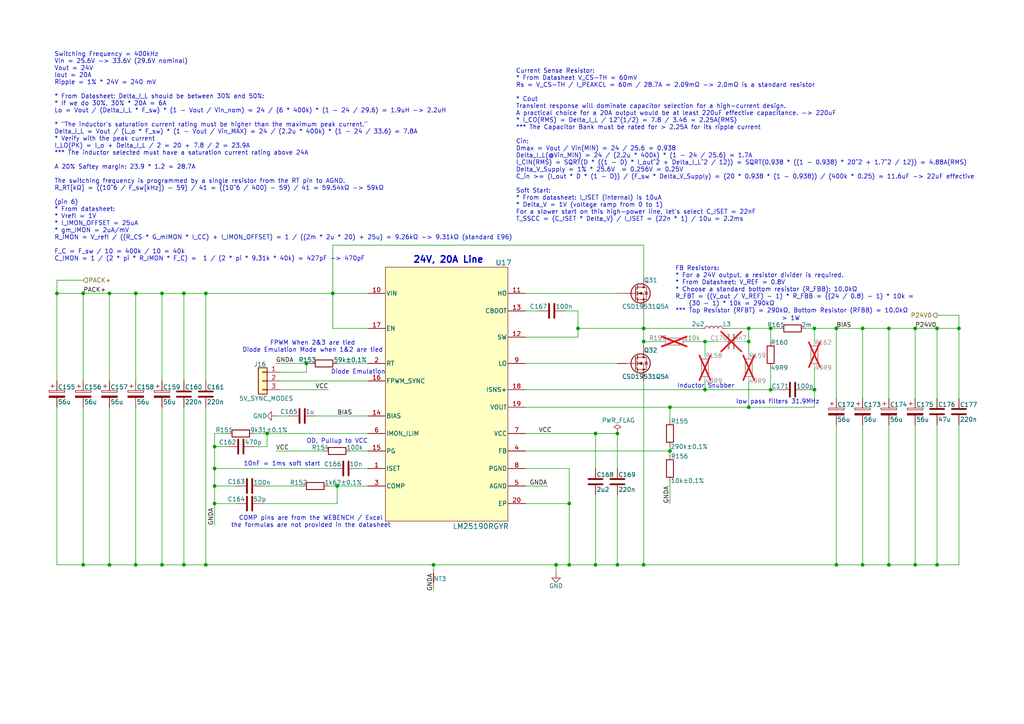
<source format=kicad_sch>
(kicad_sch (version 20250114) (generator "eeschema") (generator_version "9.0")
  (paper "A4")
  (lib_symbols
    (symbol "Connector_Generic:Conn_01x03" (pin_names (offset 1.016) (hide yes))
      (property "Reference" "J" (at 0 5.08 0))
      (property "Value" "Conn_01x03" (at 0 -5.08 0))
      (symbol "Conn_01x03_1_1"
        (rectangle (start -1.27 3.81) (end 1.27 -3.81) (stroke (width 0.254)) (fill (type background)))
        (rectangle (start -1.27 2.667) (end 0 2.413) (stroke (width 0.1524)))
        (rectangle (start -1.27 0.127) (end 0 -0.127) (stroke (width 0.1524)))
        (rectangle (start -1.27 -2.413) (end 0 -2.667) (stroke (width 0.1524)))
        (pin passive line (at -5.08 2.54 0) (length 3.81) (name "Pin_1") (number "1"))
        (pin passive line (at -5.08 0 0) (length 3.81) (name "Pin_2") (number "2"))
        (pin passive line (at -5.08 -2.54 0) (length 3.81) (name "Pin_3") (number "3"))
      )
    )
    (symbol "Device:C" (pin_numbers (hide yes)) (pin_names (offset 0.254))
      (property "Reference" "C" (at 0.635 2.54 0))
      (property "Value" "C" (at 0.635 -2.54 0))
      (symbol "C_0_1"
        (polyline (pts (xy -2.032 0.762) (xy 2.032 0.762)) (stroke (width 0.508)))
        (polyline (pts (xy -2.032 -0.762) (xy 2.032 -0.762)) (stroke (width 0.508)))
      )
      (symbol "C_1_1"
        (pin passive line (at 0 3.81 270) (length 2.794) (name "~") (number "1"))
        (pin passive line (at 0 -3.81 90) (length 2.794) (name "~") (number "2"))
      )
    )
    (symbol "Device:C_Polarized" (pin_numbers (hide yes)) (pin_names (offset 0.254))
      (property "Reference" "C" (at 0.635 2.54 0))
      (property "Value" "C_Polarized" (at 0.635 -2.54 0))
      (symbol "C_Polarized_0_1"
        (rectangle (start -2.286 0.508) (end 2.286 1.016))
        (polyline (pts (xy -1.778 2.286) (xy -0.762 2.286)))
        (polyline (pts (xy -1.27 2.794) (xy -1.27 1.778)))
        (rectangle (start 2.286 -0.508) (end -2.286 -1.016) (fill (type outline)))
      )
      (symbol "C_Polarized_1_1"
        (pin passive line (at 0 3.81 270) (length 2.794) (name "~") (number "1"))
        (pin passive line (at 0 -3.81 90) (length 2.794) (name "~") (number "2"))
      )
    )
    (symbol "Device:L" (pin_numbers (hide yes)) (pin_names (offset 1.016) (hide yes))
      (property "Reference" "L" (at -1.27 0 90))
      (property "Value" "L" (at 1.905 0 90))
      (symbol "L_0_1"
        (arc (start 0 2.54) (mid 0.6323 1.905) (end 0 1.27))
        (arc (start 0 1.27) (mid 0.6323 0.635) (end 0 0))
        (arc (start 0 0) (mid 0.6323 -0.635) (end 0 -1.27))
        (arc (start 0 -1.27) (mid 0.6323 -1.905) (end 0 -2.54))
      )
      (symbol "L_1_1"
        (pin passive line (at 0 3.81 270) (length 1.27) (name "1") (number "1"))
        (pin passive line (at 0 -3.81 90) (length 1.27) (name "2") (number "2"))
      )
    )
    (symbol "Device:NetTie_2" (pin_numbers (hide yes)) (pin_names (offset 0) (hide yes)) (in_bom no)
      (property "Reference" "NT" (at 0 1.27 0))
      (property "Value" "NetTie_2" (at 0 -1.27 0))
      (symbol "NetTie_2_0_1"
        (polyline (pts (xy -1.27 0) (xy 1.27 0)) (stroke (width 0.254)))
      )
      (symbol "NetTie_2_1_1"
        (pin passive line (at -2.54 0 0) (length 2.54) (name "1") (number "1"))
        (pin passive line (at 2.54 0 180) (length 2.54) (name "2") (number "2"))
      )
    )
    (symbol "Device:R" (pin_numbers (hide yes)) (pin_names (offset 0))
      (property "Reference" "R" (at 2.032 0 90))
      (property "Value" "R" (at 0 0 90))
      (symbol "R_0_1"
        (rectangle (start -1.016 -2.54) (end 1.016 2.54) (stroke (width 0.254)))
      )
      (symbol "R_1_1"
        (pin passive line (at 0 3.81 270) (length 1.27) (name "~") (number "1"))
        (pin passive line (at 0 -3.81 90) (length 1.27) (name "~") (number "2"))
      )
    )
    (symbol "LM25190RGYR:LM25190RGYR" (pin_names (offset 0.254))
      (property "Reference" "U" (at 0 2.54 0))
      (property "Value" "LM25190RGYR" (at 0 0 0))
      (symbol "LM25190RGYR_0_1"
        (pin power_in line (at 0 0 0) (length 5.08) (name "VIN") (number "10"))
        (pin input line (at 0 -10.16 0) (length 5.08) (name "EN") (number "17"))
        (pin unspecified line (at 0 -20.32 0) (length 5.08) (name "RT") (number "2"))
        (pin input line (at 0 -25.4 0) (length 5.08) (name "FPWM_SYNC") (number "16"))
        (pin unspecified line (at 0 -35.56 0) (length 5.08) (name "BIAS") (number "14"))
        (pin unspecified line (at 0 -40.64 0) (length 5.08) (name "IMON_ILIM") (number "6"))
        (pin open_collector line (at 0 -45.72 0) (length 5.08) (name "PG") (number "15"))
        (pin unspecified line (at 0 -50.8 0) (length 5.08) (name "ISET") (number "1"))
        (pin unspecified line (at 0 -55.88 0) (length 5.08) (name "COMP") (number "3"))
        (pin unspecified line (at 45.72 0 180) (length 5.08) (name "HO") (number "11"))
        (pin unspecified line (at 45.72 -5.08 180) (length 5.08) (name "CBOOT") (number "13"))
        (pin unspecified line (at 45.72 -12.7 180) (length 5.08) (name "SW") (number "12"))
        (pin unspecified line (at 45.72 -20.32 180) (length 5.08) (name "LO") (number "9"))
        (pin unspecified line (at 45.72 -27.94 180) (length 5.08) (name "ISNS+") (number "18"))
        (pin unspecified line (at 45.72 -33.02 180) (length 5.08) (name "VOUT") (number "19"))
        (pin power_in line (at 45.72 -40.64 180) (length 5.08) (name "VCC") (number "7"))
        (pin unspecified line (at 45.72 -45.72 180) (length 5.08) (name "FB") (number "4"))
        (pin power_in line (at 45.72 -50.8 180) (length 5.08) (name "PGND") (number "8"))
        (pin power_in line (at 45.72 -55.88 180) (length 5.08) (name "AGND") (number "5"))
        (pin power_in line (at 45.72 -60.96 180) (length 5.08) (name "EP") (number "20"))
      )
      (symbol "LM25190RGYR_1_1"
        (rectangle (start 5.08 7.62) (end 40.64 -66.04) (fill (type background)))
      )
    )
    (symbol "Transistor_FET:CSD19531Q5A" (pin_numbers (hide yes)) (pin_names (hide yes))
      (property "Reference" "Q" (at 5.08 1.905 0))
      (property "Value" "CSD19531Q5A" (at 5.08 0 0))
      (symbol "CSD19531Q5A_0_1"
        (polyline (pts (xy 0.254 1.905) (xy 0.254 -1.905)) (stroke (width 0.254)))
        (polyline (pts (xy 0.254 0) (xy -2.54 0)))
        (polyline (pts (xy 0.762 2.286) (xy 0.762 1.27)) (stroke (width 0.254)))
        (polyline (pts (xy 0.762 0.508) (xy 0.762 -0.508)) (stroke (width 0.254)))
        (polyline (pts (xy 0.762 -1.27) (xy 0.762 -2.286)) (stroke (width 0.254)))
        (polyline (pts (xy 0.762 -1.778) (xy 3.302 -1.778) (xy 3.302 1.778) (xy 0.762 1.778)))
        (polyline (pts (xy 1.016 0) (xy 2.032 0.381) (xy 2.032 -0.381) (xy 1.016 0)) (fill (type outline)))
        (circle (center 1.651 0) (radius 2.794) (stroke (width 0.254)))
        (polyline (pts (xy 2.54 2.54) (xy 2.54 1.778)))
        (circle (center 2.54 1.778) (radius 0.254) (fill (type outline)))
        (circle (center 2.54 -1.778) (radius 0.254) (fill (type outline)))
        (polyline (pts (xy 2.54 -2.54) (xy 2.54 0) (xy 0.762 0)))
        (polyline (pts (xy 2.794 0.508) (xy 2.921 0.381) (xy 3.683 0.381) (xy 3.81 0.254)))
        (polyline (pts (xy 3.302 0.381) (xy 2.921 -0.254) (xy 3.683 -0.254) (xy 3.302 0.381)))
      )
      (symbol "CSD19531Q5A_1_1"
        (pin passive line (at -5.08 0 0) (length 2.54) (name "G") (number "4"))
        (pin passive line (at 2.54 5.08 270) (length 2.54) (name "D") (number "5"))
        (pin passive line (at 2.54 -5.08 90) (length 2.54) (name "S") (number "1"))
        (pin passive line (at 2.54 -5.08 90) (length 2.54) (hide yes) (name "S") (number "2"))
        (pin passive line (at 2.54 -5.08 90) (length 2.54) (hide yes) (name "S") (number "3"))
      )
    )
    (symbol "power:GND" (power) (pin_numbers (hide yes)) (pin_names (offset 0) (hide yes))
      (property "Value" "GND" (at 0 -3.81 0))
      (symbol "GND_0_1"
        (polyline (pts (xy 0 0) (xy 0 -1.27) (xy 1.27 -1.27) (xy 0 -2.54) (xy -1.27 -1.27) (xy 0 -1.27)))
      )
      (symbol "GND_1_1"
        (pin power_in line (at 0 0 270) (length 0) (name "~") (number "1"))
      )
    )
    (symbol "power:PWR_FLAG" (power) (pin_numbers (hide yes)) (pin_names (offset 0) (hide yes))
      (property "Value" "PWR_FLAG" (at 0 3.81 0))
      (symbol "PWR_FLAG_0_0"
        (pin power_out line (at 0 0 90) (length 0) (name "~") (number "1"))
      )
      (symbol "PWR_FLAG_0_1"
        (polyline (pts (xy 0 0) (xy 0 1.27) (xy -1.016 1.905) (xy 0 2.54) (xy 1.016 1.905) (xy 0 1.27)))
      )
    )
  )
  (text "FPWM When 2&3 are tied\nDiode Emulation Mode when 1&2 are tied" (at 90.678 100.584 0) (effects (font (size 1.27 1.27))))
  (text "> 1W" (at 229.362 92.456 0) (effects (font (size 1.27 1.27))))
  (text "Current Sense Resistor:\n* From Datasheet V_CS-TH = 60mV\nRs = V_CS-TH / I_PEAKCL = 60m / 28.7A = 2.09mΩ -> 2.0mΩ is a standard resistor\n\n* Cout\nTransient response will dominate capacitor selection for a high-current design.\nA practical choice for a 20A output would be at least 220uF effective capacitance. -> 220uF\n* I_CO(RMS) = Delta_I_L / 12^(1/2) = 7.8 / 3.46 = 2.25A(RMS)\n*** The Capacitor Bank must be rated for > 2.25A for its ripple current\n\nCin:\nDmax = Vout / Vin(MIN) = 24 / 25.6 = 0.938\nDelta_I_L(@Vin_MIN) = 24 / (2.2u * 400k) * (1 - 24 / 25.6) = 1.7A\nI_CIN(RMS) = SQRT(D * ((1 - D) * I_out^2 + Delta_I_L^2 / 12)) = SQRT(0.938 * ((1 - 0.938) * 20^2 + 1.7^2 / 12)) = 4.88A(RMS)\nDelta_V_Supply = 1% * 25.6V  = 0.256V = 0.25V\nC_in >= (I_out * D * (1 - D)) / (F_sw * Delta_V_Supply) = (20 * 0.938 * (1 - 0.938)) / (400k * 0.25) = 11.6uF -> 22uF effective\n\nSoft Start:\n* From datasheet: I_ISET (internal) is 10uA\n* Delta_V = 1V (voltage ramp from 0 to 1)\nFor a slower start on this high-power line, let's select C_ISET = 22nF\nT_SSCC = (C_ISET * Delta_V) / I_ISET = (22n * 1) / 10u = 2.2ms" (at 149.606 42.164 0) (effects (font (size 1.27 1.27)) (justify left)))
  (text "FB Resistors:\n* For a 24V output, a resistor divider is required.\n* From Datasheet: V_REF = 0.8V\n* Choose a standard bottom resistor (R_FBB): 10.0kΩ\nR_FBT = ((V_out / V_REF) - 1) * R_FBB = ((24 / 0.8) - 1) * 10k = \n    (30 - 1) * 10k = 290kΩ\n*** Top Resistor (RFBT) = 290kΩ, Bottom Resistor (RFBB) = 10.0kΩ" (at 195.834 84.074 0) (effects (font (size 1.27 1.27)) (justify left)))
  (text "OD, Pullup to VCC" (at 97.79 128.016 0) (effects (font (size 1.27 1.27))))
  (text "Inductor Snubber" (at 204.724 112.014 0) (effects (font (size 1.27 1.27))))
  (text "low pass filters 31.9MHz" (at 225.552 116.586 0) (effects (font (size 1.27 1.27))))
  (text "10nF = 1ms soft start" (at 81.788 134.62 0) (effects (font (size 1.27 1.27))))
  (text "Switching Frequency = 400kHz\nVin = 25.6V -> 33.6V (29.6V nominal)\nVout = 24V\nIout = 20A\nRipple = 1% * 24V = 240 mV\n\n* From Datasheet: Delta_I_L should be between 30% and 50%:\n* If we do 30%, 30% * 20A = 6A\nLo = Vout / (Delta_I_L * F_sw) * (1 - Vout / Vin_nom) = 24 / (6 * 400k) * (1 - 24 / 29.6) = 1.9uH -> 2.2uH\n\n* \"The inductor's saturation current rating must be higher than the maximum peak current.\"\nDelta_I_L = Vout / (L_o * F_sw) * (1 - Vout / Vin_MAX) = 24 / (2.2u * 400k) * (1 - 24 / 33.6) = 7.8A\n* Verify with the peak current\nI_LO(PK) = I_o + Delta_I_L / 2 = 20 + 7.8 / 2 = 23.9A\n*** The inductor selected must have a saturation current rating above 24A\n\nA 20% Saftey margin: 23.9 * 1.2 = 28.7A\n\nThe switching frequency is programmed by a single resistor from the RT pin to AGND.\nR_RT[kΩ] = ((10^6 / F_sw[kHz]) - 59) / 41 = ((10^6 / 400) - 59) / 41 = 59.54kΩ -> 59kΩ\n\n(pin 6)\n* From datasheet:\n* VrefI = 1V\n* I_IMON_OFFSET = 25uA\n* gm_IMON = 2uA/mV\nR_IMON = V_refI / ((R_CS * G_mIMON * I_CC) + I_IMON_OFFSET) = 1 / ((2m * 2u * 20) + 25u) = 9.26kΩ -> 9.31kΩ (standard E96)\n\nF_C = F_sw / 10 = 400k / 10 = 40k\nC_IMON = 1 / (2 * pi * R_IMON * F_C) =  1 / (2 * pi * 9.31k * 40k) = 427pF -> 470pF\n" (at 15.748 45.466 0) (effects (font (size 1.27 1.27)) (justify left)))
  (text "Diode Emulation" (at 103.886 107.95 0) (effects (font (size 1.27 1.27))))
  (text "24V, 20A Line" (at 130.048 75.438 0) (effects (font (size 1.905 1.905) (thickness 0.381) (bold yes))))
  (text "COMP pins are from the WEBENCH / Excel\nthe formulas are not provided in the datasheet" (at 90.17 151.384 0) (effects (font (size 1.27 1.27))))
  (junction (at 265.43 95.25))
  (junction (at 217.17 95.25))
  (junction (at 39.37 85.09))
  (junction (at 186.69 163.83))
  (junction (at 59.69 85.09))
  (junction (at 186.69 95.25))
  (junction (at 24.13 163.83))
  (junction (at 265.43 163.83))
  (junction (at 172.72 163.83))
  (junction (at 125.73 163.83))
  (junction (at 204.47 113.03))
  (junction (at 62.23 129.54))
  (junction (at 242.57 95.25))
  (junction (at 165.1 146.05))
  (junction (at 96.52 85.09))
  (junction (at 242.57 163.83))
  (junction (at 223.52 113.03))
  (junction (at 236.22 113.03))
  (junction (at 77.47 125.73))
  (junction (at 250.19 163.83))
  (junction (at 97.79 140.97))
  (junction (at 179.07 125.73))
  (junction (at 161.29 163.83))
  (junction (at 217.17 118.11))
  (junction (at 271.78 163.83))
  (junction (at 24.13 85.09))
  (junction (at 236.22 95.25))
  (junction (at 165.1 163.83))
  (junction (at 53.34 85.09))
  (junction (at 204.47 99.06))
  (junction (at 257.81 163.83))
  (junction (at 62.23 146.05))
  (junction (at 278.13 95.25))
  (junction (at 271.78 95.25))
  (junction (at 186.69 99.06))
  (junction (at 257.81 95.25))
  (junction (at 179.07 163.83))
  (junction (at 250.19 95.25))
  (junction (at 31.75 163.83))
  (junction (at 194.31 130.81))
  (junction (at 53.34 163.83))
  (junction (at 217.17 99.06))
  (junction (at 39.37 163.83))
  (junction (at 59.69 163.83))
  (junction (at 223.52 95.25))
  (junction (at 194.31 118.11))
  (junction (at 46.99 85.09))
  (junction (at 62.23 135.89))
  (junction (at 31.75 85.09))
  (junction (at 16.51 85.09))
  (junction (at 46.99 163.83))
  (junction (at 167.64 95.25))
  (junction (at 62.23 140.97))
  (junction (at 172.72 125.73))
  (junction (at 88.9 105.41))
  (wire (pts (xy 223.52 95.25) (xy 226.06 95.25)))
  (wire (pts (xy 62.23 125.73) (xy 62.23 129.54)))
  (wire (pts (xy 223.52 95.25) (xy 223.52 99.06)))
  (wire (pts (xy 31.75 85.09) (xy 39.37 85.09)))
  (wire (pts (xy 194.31 139.7) (xy 194.31 146.05)))
  (wire (pts (xy 186.69 163.83) (xy 242.57 163.83)))
  (wire (pts (xy 152.4 85.09) (xy 179.07 85.09)))
  (wire (pts (xy 96.52 85.09) (xy 106.68 85.09)))
  (wire (pts (xy 24.13 85.09) (xy 31.75 85.09)))
  (wire (pts (xy 158.75 140.97) (xy 152.4 140.97)))
  (wire (pts (xy 77.47 125.73) (xy 77.47 129.54)))
  (wire (pts (xy 88.9 105.41) (xy 90.17 105.41)))
  (wire (pts (xy 271.78 163.83) (xy 278.13 163.83)))
  (wire (pts (xy 104.14 135.89) (xy 106.68 135.89)))
  (wire (pts (xy 62.23 146.05) (xy 62.23 152.4)))
  (wire (pts (xy 233.68 113.03) (xy 236.22 113.03)))
  (wire (pts (xy 204.47 110.49) (xy 204.47 113.03)))
  (wire (pts (xy 265.43 123.19) (xy 265.43 163.83)))
  (wire (pts (xy 62.23 140.97) (xy 62.23 146.05)))
  (wire (pts (xy 223.52 106.68) (xy 223.52 113.03)))
  (wire (pts (xy 172.72 125.73) (xy 179.07 125.73)))
  (wire (pts (xy 77.47 125.73) (xy 106.68 125.73)))
  (wire (pts (xy 242.57 123.19) (xy 242.57 163.83)))
  (wire (pts (xy 95.25 140.97) (xy 97.79 140.97)))
  (wire (pts (xy 236.22 106.68) (xy 236.22 113.03)))
  (wire (pts (xy 62.23 135.89) (xy 62.23 140.97)))
  (wire (pts (xy 194.31 130.81) (xy 194.31 132.08)))
  (wire (pts (xy 186.69 99.06) (xy 191.77 99.06)))
  (wire (pts (xy 76.2 140.97) (xy 87.63 140.97)))
  (wire (pts (xy 80.01 120.65) (xy 83.82 120.65)))
  (wire (pts (xy 31.75 85.09) (xy 31.75 110.49)))
  (wire (pts (xy 271.78 123.19) (xy 271.78 163.83)))
  (wire (pts (xy 167.64 90.17) (xy 167.64 95.25)))
  (wire (pts (xy 16.51 81.28) (xy 24.13 81.28)))
  (wire (pts (xy 16.51 85.09) (xy 16.51 110.49)))
  (wire (pts (xy 53.34 85.09) (xy 53.34 110.49)))
  (wire (pts (xy 62.23 129.54) (xy 66.04 129.54)))
  (wire (pts (xy 172.72 143.51) (xy 172.72 163.83)))
  (wire (pts (xy 39.37 118.11) (xy 39.37 163.83)))
  (wire (pts (xy 125.73 163.83) (xy 161.29 163.83)))
  (wire (pts (xy 210.82 95.25) (xy 217.17 95.25)))
  (wire (pts (xy 62.23 129.54) (xy 62.23 135.89)))
  (wire (pts (xy 242.57 95.25) (xy 242.57 115.57)))
  (wire (pts (xy 161.29 163.83) (xy 161.29 166.37)))
  (wire (pts (xy 242.57 95.25) (xy 250.19 95.25)))
  (wire (pts (xy 62.23 146.05) (xy 68.58 146.05)))
  (wire (pts (xy 39.37 163.83) (xy 46.99 163.83)))
  (wire (pts (xy 186.69 95.25) (xy 203.2 95.25)))
  (wire (pts (xy 24.13 85.09) (xy 16.51 85.09)))
  (wire (pts (xy 236.22 113.03) (xy 236.22 118.11)))
  (wire (pts (xy 152.4 135.89) (xy 165.1 135.89)))
  (wire (pts (xy 59.69 118.11) (xy 59.69 163.83)))
  (wire (pts (xy 95.25 113.03) (xy 81.28 113.03)))
  (wire (pts (xy 186.69 110.49) (xy 186.69 163.83)))
  (wire (pts (xy 62.23 135.89) (xy 96.52 135.89)))
  (wire (pts (xy 96.52 71.12) (xy 96.52 85.09)))
  (wire (pts (xy 62.23 125.73) (xy 66.04 125.73)))
  (wire (pts (xy 46.99 163.83) (xy 53.34 163.83)))
  (wire (pts (xy 152.4 90.17) (xy 156.21 90.17)))
  (wire (pts (xy 236.22 95.25) (xy 242.57 95.25)))
  (wire (pts (xy 39.37 85.09) (xy 39.37 110.49)))
  (wire (pts (xy 163.83 90.17) (xy 167.64 90.17)))
  (wire (pts (xy 204.47 113.03) (xy 223.52 113.03)))
  (wire (pts (xy 59.69 85.09) (xy 96.52 85.09)))
  (wire (pts (xy 81.28 107.95) (xy 88.9 107.95)))
  (wire (pts (xy 97.79 105.41) (xy 106.68 105.41)))
  (wire (pts (xy 96.52 71.12) (xy 186.69 71.12)))
  (wire (pts (xy 167.64 95.25) (xy 186.69 95.25)))
  (wire (pts (xy 152.4 118.11) (xy 194.31 118.11)))
  (wire (pts (xy 217.17 110.49) (xy 217.17 118.11)))
  (wire (pts (xy 172.72 125.73) (xy 172.72 135.89)))
  (wire (pts (xy 76.2 146.05) (xy 97.79 146.05)))
  (wire (pts (xy 165.1 146.05) (xy 165.1 163.83)))
  (wire (pts (xy 96.52 95.25) (xy 106.68 95.25)))
  (wire (pts (xy 265.43 95.25) (xy 271.78 95.25)))
  (wire (pts (xy 31.75 118.11) (xy 31.75 163.83)))
  (wire (pts (xy 152.4 130.81) (xy 194.31 130.81)))
  (wire (pts (xy 152.4 105.41) (xy 179.07 105.41)))
  (wire (pts (xy 217.17 95.25) (xy 223.52 95.25)))
  (wire (pts (xy 186.69 99.06) (xy 186.69 100.33)))
  (wire (pts (xy 125.73 171.45) (xy 125.73 170.18)))
  (wire (pts (xy 257.81 123.19) (xy 257.81 163.83)))
  (wire (pts (xy 250.19 95.25) (xy 257.81 95.25)))
  (wire (pts (xy 152.4 97.79) (xy 167.64 97.79)))
  (wire (pts (xy 53.34 163.83) (xy 59.69 163.83)))
  (wire (pts (xy 152.4 113.03) (xy 204.47 113.03)))
  (wire (pts (xy 278.13 123.19) (xy 278.13 163.83)))
  (wire (pts (xy 179.07 163.83) (xy 186.69 163.83)))
  (wire (pts (xy 101.6 130.81) (xy 106.68 130.81)))
  (wire (pts (xy 223.52 113.03) (xy 226.06 113.03)))
  (wire (pts (xy 257.81 95.25) (xy 257.81 115.57)))
  (wire (pts (xy 278.13 95.25) (xy 278.13 115.57)))
  (wire (pts (xy 24.13 85.09) (xy 24.13 110.49)))
  (wire (pts (xy 257.81 95.25) (xy 265.43 95.25)))
  (wire (pts (xy 16.51 81.28) (xy 16.51 85.09)))
  (wire (pts (xy 194.31 118.11) (xy 194.31 121.92)))
  (wire (pts (xy 161.29 163.83) (xy 165.1 163.83)))
  (wire (pts (xy 165.1 163.83) (xy 172.72 163.83)))
  (wire (pts (xy 31.75 163.83) (xy 39.37 163.83)))
  (wire (pts (xy 204.47 99.06) (xy 204.47 102.87)))
  (wire (pts (xy 91.44 120.65) (xy 106.68 120.65)))
  (wire (pts (xy 204.47 99.06) (xy 208.28 99.06)))
  (wire (pts (xy 217.17 99.06) (xy 217.17 102.87)))
  (wire (pts (xy 88.9 105.41) (xy 88.9 107.95)))
  (wire (pts (xy 186.69 90.17) (xy 186.69 95.25)))
  (wire (pts (xy 199.39 99.06) (xy 204.47 99.06)))
  (wire (pts (xy 217.17 95.25) (xy 217.17 99.06)))
  (wire (pts (xy 62.23 140.97) (xy 68.58 140.97)))
  (wire (pts (xy 59.69 163.83) (xy 125.73 163.83)))
  (wire (pts (xy 73.66 129.54) (xy 77.47 129.54)))
  (wire (pts (xy 217.17 118.11) (xy 236.22 118.11)))
  (wire (pts (xy 96.52 85.09) (xy 96.52 95.25)))
  (wire (pts (xy 194.31 118.11) (xy 217.17 118.11)))
  (wire (pts (xy 250.19 163.83) (xy 257.81 163.83)))
  (wire (pts (xy 233.68 95.25) (xy 236.22 95.25)))
  (wire (pts (xy 186.69 95.25) (xy 186.69 99.06)))
  (wire (pts (xy 53.34 85.09) (xy 59.69 85.09)))
  (wire (pts (xy 242.57 163.83) (xy 250.19 163.83)))
  (wire (pts (xy 97.79 140.97) (xy 97.79 146.05)))
  (wire (pts (xy 265.43 163.83) (xy 271.78 163.83)))
  (wire (pts (xy 152.4 125.73) (xy 172.72 125.73)))
  (wire (pts (xy 46.99 118.11) (xy 46.99 163.83)))
  (wire (pts (xy 257.81 163.83) (xy 265.43 163.83)))
  (wire (pts (xy 46.99 85.09) (xy 53.34 85.09)))
  (wire (pts (xy 167.64 95.25) (xy 167.64 97.79)))
  (wire (pts (xy 24.13 118.11) (xy 24.13 163.83)))
  (wire (pts (xy 172.72 163.83) (xy 179.07 163.83)))
  (wire (pts (xy 165.1 135.89) (xy 165.1 146.05)))
  (wire (pts (xy 271.78 95.25) (xy 278.13 95.25)))
  (wire (pts (xy 80.01 105.41) (xy 88.9 105.41)))
  (wire (pts (xy 46.99 85.09) (xy 46.99 110.49)))
  (wire (pts (xy 24.13 163.83) (xy 31.75 163.83)))
  (wire (pts (xy 179.07 143.51) (xy 179.07 163.83)))
  (wire (pts (xy 81.28 110.49) (xy 106.68 110.49)))
  (wire (pts (xy 59.69 85.09) (xy 59.69 110.49)))
  (wire (pts (xy 152.4 146.05) (xy 165.1 146.05)))
  (wire (pts (xy 39.37 85.09) (xy 46.99 85.09)))
  (wire (pts (xy 53.34 118.11) (xy 53.34 163.83)))
  (wire (pts (xy 73.66 125.73) (xy 77.47 125.73)))
  (wire (pts (xy 236.22 95.25) (xy 236.22 99.06)))
  (wire (pts (xy 265.43 95.25) (xy 265.43 115.57)))
  (wire (pts (xy 16.51 163.83) (xy 24.13 163.83)))
  (wire (pts (xy 278.13 91.44) (xy 278.13 95.25)))
  (wire (pts (xy 250.19 95.25) (xy 250.19 115.57)))
  (wire (pts (xy 16.51 118.11) (xy 16.51 163.83)))
  (wire (pts (xy 125.73 165.1) (xy 125.73 163.83)))
  (wire (pts (xy 186.69 71.12) (xy 186.69 80.01)))
  (wire (pts (xy 97.79 140.97) (xy 106.68 140.97)))
  (wire (pts (xy 250.19 123.19) (xy 250.19 163.83)))
  (wire (pts (xy 179.07 125.73) (xy 179.07 135.89)))
  (wire (pts (xy 271.78 95.25) (xy 271.78 115.57)))
  (wire (pts (xy 271.78 91.44) (xy 278.13 91.44)))
  (wire (pts (xy 80.01 130.81) (xy 93.98 130.81)))
  (wire (pts (xy 215.9 99.06) (xy 217.17 99.06)))
  (wire (pts (xy 194.31 129.54) (xy 194.31 130.81)))
  (label "VCC" (at 156.21 125.73 0))
  (label "GNDA" (at 158.75 140.97 180))
  (label "VCC" (at 80.01 130.81 0))
  (label "VCC" (at 95.25 113.03 180))
  (label "PACK+" (at 24.13 85.09 0))
  (label "BIAS" (at 242.57 95.25 0))
  (label "BIAS" (at 97.79 120.65 0))
  (label "GNDA" (at 80.01 105.41 0))
  (label "GNDA" (at 125.73 171.45 90))
  (label "P24V0" (at 265.43 95.25 0))
  (label "GNDA" (at 194.31 146.05 90))
  (label "GNDA" (at 62.23 152.4 90))
  (hierarchical_label "P24V0" (shape output) (at 271.78 91.44 180))
  (hierarchical_label "PACK+" (shape input) (at 24.13 81.28 0))
  (symbol (lib_id "Transistor_FET:CSD19531Q5A") (at 184.15 85.09 0) (unit 1)
    (property "Reference" "Q31" (at 188.722 81.28 0))
    (property "Value" "CSD19531Q5A" (at 187.198 88.9 0))
    (property "Footprint" "Package_TO_SOT_SMD:TDSON-8-1" (effects (hide yes)))
    (property "Datasheet" "http://www.ti.com/lit/gpn/csd19531q5a" (effects (hide yes)))
    (property "Description" "100A Id, 100V Vds, NexFET N-Channel Power MOSFET, 6.4mOhm Ron, 37nC Qg(typ), SON8 5x6mm" (effects (hide yes)))
  )
  (symbol (lib_id "Device:C") (at 271.78 119.38 0) (unit 1)
    (property "Reference" "C176" (at 272.034 117.348 0) (effects (justify left)))
    (property "Value" "47u" (at 272.034 121.666 0) (effects (justify left)))
    (property "Description" "Unpolarized capacitor" (effects (hide yes)))
  )
  (symbol (lib_id "Device:C") (at 72.39 140.97 90) (unit 1)
    (property "Reference" "C163" (at 71.12 139.7 90) (effects (justify left)))
    (property "Value" "100n" (at 78.486 139.954 90) (effects (justify left)))
    (property "Description" "Unpolarized capacitor" (effects (hide yes)))
  )
  (symbol (lib_id "Device:L") (at 207.01 95.25 90) (unit 1)
    (property "Reference" "L3" (at 210.82 93.98 90))
    (property "Value" "2u2" (at 202.438 93.98 90))
    (property "Description" "Inductor" (effects (hide yes)))
  )
  (symbol (lib_id "Device:C_Polarized") (at 39.37 114.3 0) (unit 1)
    (property "Reference" "C158" (at 39.624 112.268 0) (effects (justify left)))
    (property "Value" "56u" (at 39.624 116.586 0) (effects (justify left)))
    (property "Description" "Polarized capacitor" (effects (hide yes)))
  )
  (symbol (lib_id "Device:C") (at 69.85 129.54 90) (unit 1)
    (property "Reference" "C162" (at 68.58 128.27 90) (effects (justify left)))
    (property "Value" "470p" (at 75.946 128.27 90) (effects (justify left)))
    (property "Description" "Unpolarized capacitor" (effects (hide yes)))
  )
  (symbol (lib_id "Device:R") (at 93.98 105.41 90) (mirror x) (unit 1)
    (property "Reference" "R153" (at 89.154 104.394 90))
    (property "Value" "59k±0.1%" (at 101.6 104.394 90))
    (property "Description" "Resistor" (effects (hide yes)))
  )
  (symbol (lib_id "Device:C") (at 72.39 146.05 90) (unit 1)
    (property "Reference" "C164" (at 71.12 144.78 90) (effects (justify left)))
    (property "Value" "52p" (at 77.216 144.78 90) (effects (justify left)))
    (property "Description" "Unpolarized capacitor" (effects (hide yes)))
  )
  (symbol (lib_id "Device:R") (at 204.47 106.68 0) (mirror x) (unit 1) (dnp yes)
    (property "Reference" "R158" (at 207.01 103.124 0))
    (property "Value" "49R9" (at 207.01 110.49 0))
    (property "Description" "Resistor" (effects (hide yes)))
  )
  (symbol (lib_id "Device:C") (at 160.02 90.17 90) (unit 1)
    (property "Reference" "C167" (at 158.75 88.9 90) (effects (justify left)))
    (property "Value" "100n" (at 166.116 88.9 90) (effects (justify left)))
    (property "Description" "Unpolarized capacitor" (effects (hide yes)))
  )
  (symbol (lib_id "LM25190RGYR:LM25190RGYR") (at 106.68 85.09 0) (unit 1)
    (property "Reference" "U17" (at 146.05 76.2 0) (effects (font (size 1.524 1.524))))
    (property "Value" "LM25190RGYR" (at 139.446 152.654 0) (effects (font (size 1.524 1.524))))
    (property "Footprint" "RGY0019C-MFG" (effects (hide yes)))
    (property "Datasheet" "https://www.ti.com/lit/gpn/lm25190" (effects (hide yes)))
  )
  (symbol (lib_id "Device:R") (at 91.44 140.97 90) (mirror x) (unit 1)
    (property "Reference" "R152" (at 86.614 139.954 90))
    (property "Value" "1k62±0.1%" (at 99.568 139.954 90))
    (property "Description" "Resistor" (effects (hide yes)))
  )
  (symbol (lib_id "Device:C_Polarized") (at 250.19 119.38 0) (unit 1)
    (property "Reference" "C173" (at 250.444 117.348 0) (effects (justify left)))
    (property "Value" "56u" (at 250.444 121.666 0) (effects (justify left)))
    (property "Description" "Polarized capacitor" (effects (hide yes)))
  )
  (symbol (lib_id "Device:C") (at 212.09 99.06 90) (unit 1) (dnp yes)
    (property "Reference" "C170" (at 211.074 98.044 90) (effects (justify left)))
    (property "Value" "4n7" (at 216.662 98.044 90) (effects (justify left)))
    (property "Description" "Unpolarized capacitor" (effects (hide yes)))
  )
  (symbol (lib_id "Device:NetTie_2") (at 125.73 167.64 90) (unit 1) (in_bom no)
    (property "Reference" "NT3" (at 125.73 167.894 90) (effects (justify right)))
    (property "Value" "NetTie_2" (effects (hide yes)))
    (property "Description" "Net tie, 2 pins" (effects (hide yes)))
  )
  (symbol (lib_id "Device:R") (at 236.22 102.87 0) (mirror x) (unit 1) (dnp yes)
    (property "Reference" "R162" (at 238.76 99.314 0))
    (property "Value" "49R9" (at 238.76 106.68 0))
    (property "Description" "Resistor" (effects (hide yes)))
  )
  (symbol (lib_id "power:PWR_FLAG") (at 179.07 125.73 0) (unit 1)
    (property "Reference" "#FLG015" (effects (hide yes)))
    (property "Value" "PWR_FLAG" (at 179.324 121.92 0))
    (property "Description" "Special symbol for telling ERC where power comes from" (effects (hide yes)))
  )
  (symbol (lib_id "Device:C") (at 278.13 119.38 0) (unit 1)
    (property "Reference" "C177" (at 278.384 117.348 0) (effects (justify left)))
    (property "Value" "220n" (at 278.384 121.666 0) (effects (justify left)))
    (property "Description" "Unpolarized capacitor" (effects (hide yes)))
  )
  (symbol (lib_id "Device:C") (at 229.87 113.03 90) (unit 1)
    (property "Reference" "C171" (at 228.854 112.014 90) (effects (justify left)))
    (property "Value" "100p" (at 235.966 112.014 90) (effects (justify left)))
    (property "Description" "Unpolarized capacitor" (effects (hide yes)))
  )
  (symbol (lib_id "Device:R") (at 69.85 125.73 90) (mirror x) (unit 1)
    (property "Reference" "R151" (at 65.024 124.714 90))
    (property "Value" "9k31±0.1%" (at 77.978 124.714 90))
    (property "Description" "Resistor" (effects (hide yes)))
  )
  (symbol (lib_id "Device:C_Polarized") (at 24.13 114.3 0) (unit 1)
    (property "Reference" "C156" (at 24.384 112.268 0) (effects (justify left)))
    (property "Value" "56u" (at 24.384 116.586 0) (effects (justify left)))
    (property "Description" "Polarized capacitor" (effects (hide yes)))
  )
  (symbol (lib_id "Device:R") (at 194.31 125.73 180) (unit 1)
    (property "Reference" "R155" (at 197.104 122.174 0))
    (property "Value" "290k±0.1%" (at 199.898 129.54 0))
    (property "Description" "Resistor" (effects (hide yes)))
  )
  (symbol (lib_id "power:GND") (at 80.01 120.65 270) (unit 1)
    (property "Reference" "#PWR081" (effects (hide yes)))
    (property "Value" "GND" (at 77.47 120.65 90) (effects (justify right)))
    (property "Description" "Power symbol creates a global label with name \"GND\" , ground" (effects (hide yes)))
  )
  (symbol (lib_id "Device:C_Polarized") (at 16.51 114.3 0) (unit 1)
    (property "Reference" "C155" (at 16.764 112.268 0) (effects (justify left)))
    (property "Value" "56u" (at 16.764 116.586 0) (effects (justify left)))
    (property "Description" "Polarized capacitor" (effects (hide yes)))
  )
  (symbol (lib_id "Device:C") (at 87.63 120.65 90) (unit 1)
    (property "Reference" "C165" (at 86.36 119.38 90) (effects (justify left)))
    (property "Value" "1u" (at 91.186 119.38 90) (effects (justify left)))
    (property "Description" "Unpolarized capacitor" (effects (hide yes)))
  )
  (symbol (lib_id "Device:C_Polarized") (at 257.81 119.38 0) (unit 1)
    (property "Reference" "C174" (at 258.064 117.348 0) (effects (justify left)))
    (property "Value" "56u" (at 258.064 121.666 0) (effects (justify left)))
    (property "Description" "Polarized capacitor" (effects (hide yes)))
  )
  (symbol (lib_id "Device:R") (at 194.31 135.89 180) (unit 1)
    (property "Reference" "R156" (at 197.104 132.334 0))
    (property "Value" "10k±0.1%" (at 199.39 139.446 0))
    (property "Description" "Resistor" (effects (hide yes)))
  )
  (symbol (lib_id "Device:C") (at 172.72 139.7 0) (unit 1)
    (property "Reference" "C168" (at 172.974 137.668 0) (effects (justify left)))
    (property "Value" "2u2" (at 172.974 141.986 0) (effects (justify left)))
    (property "Description" "Unpolarized capacitor" (effects (hide yes)))
  )
  (symbol (lib_id "Device:R") (at 223.52 102.87 0) (mirror x) (unit 1)
    (property "Reference" "R160" (at 226.06 99.314 0))
    (property "Value" "49R9" (at 226.06 106.68 0))
    (property "Description" "Resistor" (effects (hide yes)))
  )
  (symbol (lib_id "Transistor_FET:CSD19531Q5A") (at 184.15 105.41 0) (unit 1)
    (property "Reference" "Q32" (at 188.722 101.6 0))
    (property "Value" "CSD19531Q5A" (at 187.198 109.22 0))
    (property "Footprint" "Package_TO_SOT_SMD:TDSON-8-1" (effects (hide yes)))
    (property "Datasheet" "http://www.ti.com/lit/gpn/csd19531q5a" (effects (hide yes)))
    (property "Description" "100A Id, 100V Vds, NexFET N-Channel Power MOSFET, 6.4mOhm Ron, 37nC Qg(typ), SON8 5x6mm" (effects (hide yes)))
  )
  (symbol (lib_id "power:GND") (at 161.29 166.37 0) (unit 1)
    (property "Reference" "#PWR082" (effects (hide yes)))
    (property "Value" "GND" (at 163.322 169.926 0) (effects (justify right)))
    (property "Description" "Power symbol creates a global label with name \"GND\" , ground" (effects (hide yes)))
  )
  (symbol (lib_id "Device:R") (at 229.87 95.25 90) (mirror x) (unit 1)
    (property "Reference" "R161" (at 225.044 94.234 90))
    (property "Value" "2m" (at 233.934 94.234 90))
    (property "Description" "Resistor" (effects (hide yes)))
  )
  (symbol (lib_id "Device:C") (at 53.34 114.3 0) (unit 1)
    (property "Reference" "C160" (at 53.594 112.268 0) (effects (justify left)))
    (property "Value" "220n" (at 53.594 116.586 0) (effects (justify left)))
    (property "Description" "Unpolarized capacitor" (effects (hide yes)))
  )
  (symbol (lib_id "Device:R") (at 195.58 99.06 90) (mirror x) (unit 1) (dnp yes)
    (property "Reference" "R157" (at 190.754 98.044 90))
    (property "Value" "110k" (at 200.66 98.044 90))
    (property "Description" "Resistor" (effects (hide yes)))
  )
  (symbol (lib_id "Device:C_Polarized") (at 31.75 114.3 0) (unit 1)
    (property "Reference" "C157" (at 32.004 112.268 0) (effects (justify left)))
    (property "Value" "56u" (at 32.004 116.586 0) (effects (justify left)))
    (property "Description" "Polarized capacitor" (effects (hide yes)))
  )
  (symbol (lib_id "Device:R") (at 217.17 106.68 0) (mirror x) (unit 1) (dnp yes)
    (property "Reference" "R159" (at 219.71 103.124 0))
    (property "Value" "49R9" (at 219.71 110.49 0))
    (property "Description" "Resistor" (effects (hide yes)))
  )
  (symbol (lib_id "Device:C") (at 59.69 114.3 0) (unit 1)
    (property "Reference" "C161" (at 59.944 112.268 0) (effects (justify left)))
    (property "Value" "220n" (at 59.944 116.586 0) (effects (justify left)))
    (property "Description" "Unpolarized capacitor" (effects (hide yes)))
  )
  (symbol (lib_id "Device:C_Polarized") (at 265.43 119.38 0) (unit 1)
    (property "Reference" "C175" (at 265.684 117.348 0) (effects (justify left)))
    (property "Value" "56u" (at 265.684 121.666 0) (effects (justify left)))
    (property "Description" "Polarized capacitor" (effects (hide yes)))
  )
  (symbol (lib_id "Connector_Generic:Conn_01x03") (at 76.2 110.49 0) (mirror y) (unit 1)
    (property "Reference" "J16" (at 77.216 105.664 0) (effects (justify left)))
    (property "Value" "5V_SYNC_MODES" (at 85.09 115.57 0) (effects (justify left)))
    (property "Description" "Generic connector, single row, 01x03, script generated (kicad-library-utils/schlib/autogen/connector/)" (effects (hide yes)))
  )
  (symbol (lib_id "Device:C_Polarized") (at 46.99 114.3 0) (unit 1)
    (property "Reference" "C159" (at 47.244 112.268 0) (effects (justify left)))
    (property "Value" "56u" (at 47.244 116.586 0) (effects (justify left)))
    (property "Description" "Polarized capacitor" (effects (hide yes)))
  )
  (symbol (lib_id "Device:C_Polarized") (at 242.57 119.38 0) (unit 1)
    (property "Reference" "C172" (at 242.824 117.348 0) (effects (justify left)))
    (property "Value" "56u" (at 242.824 121.666 0) (effects (justify left)))
    (property "Description" "Polarized capacitor" (effects (hide yes)))
  )
  (symbol (lib_id "Device:R") (at 97.79 130.81 90) (mirror x) (unit 1)
    (property "Reference" "R154" (at 92.964 129.794 90))
    (property "Value" "100k" (at 102.87 129.794 90))
    (property "Description" "Resistor" (effects (hide yes)))
  )
  (symbol (lib_id "Device:C") (at 100.33 135.89 90) (unit 1)
    (property "Reference" "C166" (at 99.06 134.62 90) (effects (justify left)))
    (property "Value" "10n" (at 105.156 134.62 90) (effects (justify left)))
    (property "Description" "Unpolarized capacitor" (effects (hide yes)))
  )
  (symbol (lib_id "Device:C") (at 179.07 139.7 0) (unit 1)
    (property "Reference" "C169" (at 179.324 137.668 0) (effects (justify left)))
    (property "Value" "220n" (at 179.324 141.986 0) (effects (justify left)))
    (property "Description" "Unpolarized capacitor" (effects (hide yes)))
  )
)
</source>
